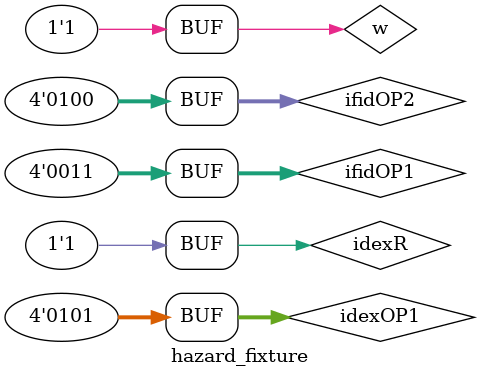
<source format=v>
`include "hazard.v"

module hazard_fixture;

reg [3:0] ifidOP1, ifidOP2, idexOP1;
reg idexR, w;

wire pcdrive, stall;

hazard hazardi (.ifidOP1(ifidOP1), .ifidOP2(ifidOP2),
		.idexOP1(idexOP1), .idexR(idexR), .w(w), .pcdrive(pcdrive), .stall(stall));

initial
begin
	$display("TIME\t ifidOP1 ifidOP2 idexOP1 idexR\t w PCDRIVE  stall");
	$monitor("%4d\t  %b\t  %b\t  %b\t   %b\t %b    %b\t      %b", $time, ifidOP1,
		ifidOP2, idexOP1, idexR, w, pcdrive, stall);
end

initial
begin
	ifidOP1 = 4'b1111;
	ifidOP2 = 4'b1111;
	idexOP1 = 4'b1111;
	idexR = 1'b1;
	w = 1'b0;
	#10
	ifidOP1 = 4'b0000;
	ifidOP2 = 4'b0001;
	idexOP1 = 4'b0010;
	idexR = 1'b0;
	w = 1'b0;
	#10
	ifidOP1 = 4'b0011;
	ifidOP2 = 4'b0100;
	idexOP1 = 4'b0101;
	idexR = 1'b1;
	w = 1'b1;
end

endmodule

</source>
